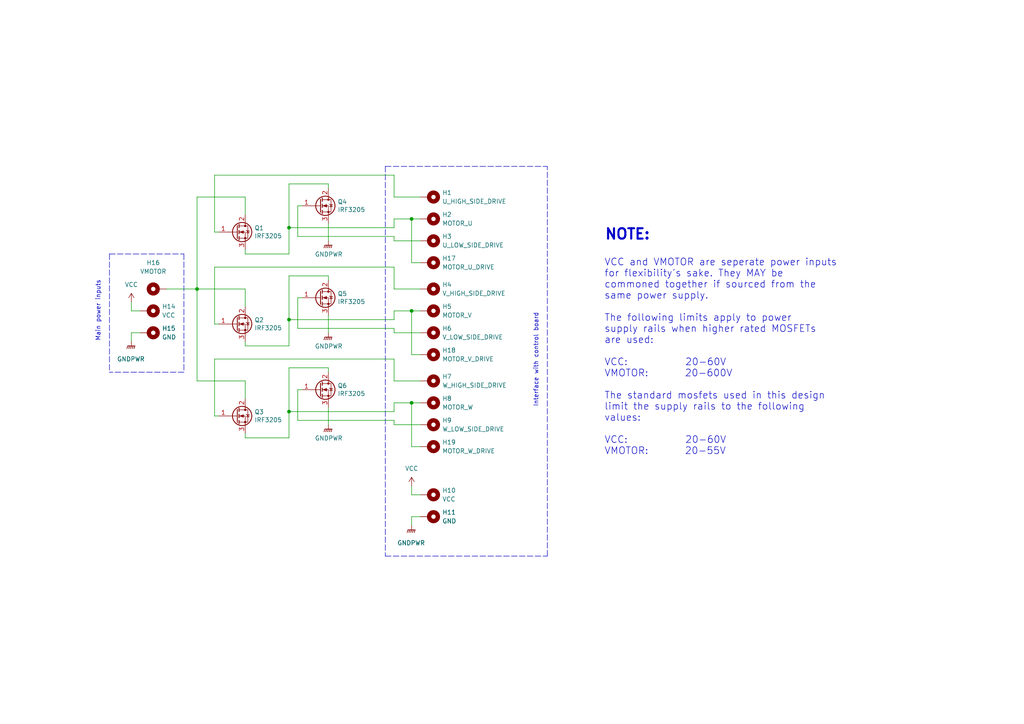
<source format=kicad_sch>
(kicad_sch (version 20211123) (generator eeschema)
  (paper "A4")
  (lib_symbols
    (symbol "Mechanical:MountingHole_Pad" (pin_numbers hide) (pin_names (offset 1.016) hide)
      (property "Reference" "H" (at 0 6.35 0))
      (property "Value" "MountingHole_Pad" (at 0 4.445 0))
      (symbol "MountingHole_Pad_0_1"
        (circle (center 0 1.27) (radius 1.27) (stroke (width 1.27)))
      )
      (symbol "MountingHole_Pad_1_1"
        (pin input line (at 0 -2.54 90) (length 2.54) (name "1") (number "1"))
      )
    )
    (symbol "Transistor_FET:IRF3205" (pin_names hide)
      (property "Reference" "Q" (at 6.35 1.905 0))
      (property "Value" "IRF3205" (at 6.35 0 0))
      (symbol "IRF3205_0_1"
        (polyline (pts (xy 0.254 0) (xy -2.54 0)))
        (polyline (pts (xy 0.254 1.905) (xy 0.254 -1.905)) (stroke (width 0.254)))
        (polyline (pts (xy 0.762 -1.27) (xy 0.762 -2.286)) (stroke (width 0.254)))
        (polyline (pts (xy 0.762 0.508) (xy 0.762 -0.508)) (stroke (width 0.254)))
        (polyline (pts (xy 0.762 2.286) (xy 0.762 1.27)) (stroke (width 0.254)))
        (polyline (pts (xy 2.54 2.54) (xy 2.54 1.778)))
        (polyline (pts (xy 2.54 -2.54) (xy 2.54 0) (xy 0.762 0)))
        (polyline (pts (xy 0.762 -1.778) (xy 3.302 -1.778) (xy 3.302 1.778) (xy 0.762 1.778)))
        (polyline (pts (xy 1.016 0) (xy 2.032 0.381) (xy 2.032 -0.381) (xy 1.016 0)) (fill (type outline)))
        (polyline (pts (xy 2.794 0.508) (xy 2.921 0.381) (xy 3.683 0.381) (xy 3.81 0.254)))
        (polyline (pts (xy 3.302 0.381) (xy 2.921 -0.254) (xy 3.683 -0.254) (xy 3.302 0.381)))
        (circle (center 1.651 0) (radius 2.794) (stroke (width 0.254)))
        (circle (center 2.54 -1.778) (radius 0.254) (fill (type outline)))
        (circle (center 2.54 1.778) (radius 0.254) (fill (type outline)))
      )
      (symbol "IRF3205_1_1"
        (pin input line (at -5.08 0 0) (length 2.54) (name "G") (number "1"))
        (pin passive line (at 2.54 5.08 270) (length 2.54) (name "D") (number "2"))
        (pin passive line (at 2.54 -5.08 90) (length 2.54) (name "S") (number "3"))
      )
    )
    (symbol "power:GNDPWR" (power) (pin_names (offset 0))
      (property "Value" "GNDPWR" (at 0 -3.302 0))
      (symbol "GNDPWR_0_1"
        (polyline (pts (xy 0 -1.27) (xy 0 0)))
        (polyline (pts (xy -1.016 -1.27) (xy -1.27 -2.032) (xy -1.27 -2.032)) (stroke (width 0.2032)))
        (polyline (pts (xy -0.508 -1.27) (xy -0.762 -2.032) (xy -0.762 -2.032)) (stroke (width 0.2032)))
        (polyline (pts (xy 0 -1.27) (xy -0.254 -2.032) (xy -0.254 -2.032)) (stroke (width 0.2032)))
        (polyline (pts (xy 0.508 -1.27) (xy 0.254 -2.032) (xy 0.254 -2.032)) (stroke (width 0.2032)))
        (polyline (pts (xy 1.016 -1.27) (xy -1.016 -1.27) (xy -1.016 -1.27)) (stroke (width 0.2032)))
        (polyline (pts (xy 1.016 -1.27) (xy 0.762 -2.032) (xy 0.762 -2.032) (xy 0.762 -2.032)) (stroke (width 0.2032)))
      )
      (symbol "GNDPWR_1_1"
        (pin power_in line (at 0 0 270) (length 0) hide (name "GNDPWR") (number "1"))
      )
    )
    (symbol "power:VCC" (power) (pin_names (offset 0))
      (property "Value" "VCC" (at 0 3.81 0))
      (symbol "VCC_0_1"
        (polyline (pts (xy -0.762 1.27) (xy 0 2.54)))
        (polyline (pts (xy 0 0) (xy 0 2.54)))
        (polyline (pts (xy 0 2.54) (xy 0.762 1.27)))
      )
      (symbol "VCC_1_1"
        (pin power_in line (at 0 0 90) (length 0) hide (name "VCC") (number "1"))
      )
    )
  )
  (junction (at 119.38 116.84))
  (junction (at 119.38 63.5))
  (junction (at 119.38 90.17))
  (junction (at 83.82 66.04))
  (junction (at 57.15 83.82))
  (junction (at 83.82 119.38))
  (junction (at 83.82 92.71))
  (wire (pts (xy 86.36 121.92) (xy 86.36 113.03)))
  (wire (pts (xy 62.23 104.14) (xy 62.23 120.65)))
  (wire (pts (xy 121.92 76.2) (xy 119.38 76.2)))
  (wire (pts (xy 71.12 57.15) (xy 57.15 57.15)))
  (wire (pts (xy 38.1 90.17) (xy 40.64 90.17)))
  (wire (pts (xy 71.12 110.49) (xy 71.12 115.57)))
  (wire (pts (xy 57.15 57.15) (xy 57.15 83.82)))
  (wire (pts (xy 38.1 87.63) (xy 38.1 90.17)))
  (wire (pts (xy 71.12 100.33) (xy 83.82 100.33)))
  (wire (pts (xy 119.38 116.84) (xy 121.92 116.84)))
  (wire (pts (xy 71.12 73.66) (xy 71.12 72.39)))
  (wire (pts (xy 71.12 83.82) (xy 71.12 88.9)))
  (wire (pts (xy 121.92 57.15) (xy 114.3 57.15)))
  (wire (pts (xy 83.82 119.38) (xy 83.82 106.68)))
  (wire (pts (xy 62.23 50.8) (xy 62.23 67.31)))
  (wire (pts (xy 86.36 95.25) (xy 86.36 86.36)))
  (wire (pts (xy 86.36 68.58) (xy 86.36 59.69)))
  (polyline (pts (xy 53.34 73.66) (xy 53.34 107.95)))
  (wire (pts (xy 114.3 123.19) (xy 114.3 121.92)))
  (wire (pts (xy 71.12 100.33) (xy 71.12 99.06)))
  (wire (pts (xy 114.3 95.25) (xy 86.36 95.25)))
  (wire (pts (xy 119.38 143.51) (xy 121.92 143.51)))
  (wire (pts (xy 95.25 118.11) (xy 95.25 123.19)))
  (wire (pts (xy 57.15 110.49) (xy 71.12 110.49)))
  (wire (pts (xy 119.38 116.84) (xy 119.38 129.54)))
  (wire (pts (xy 114.3 69.85) (xy 114.3 68.58)))
  (wire (pts (xy 95.25 106.68) (xy 83.82 106.68)))
  (wire (pts (xy 86.36 86.36) (xy 87.63 86.36)))
  (wire (pts (xy 121.92 96.52) (xy 114.3 96.52)))
  (wire (pts (xy 119.38 63.5) (xy 121.92 63.5)))
  (polyline (pts (xy 111.76 48.26) (xy 111.76 161.29)))
  (wire (pts (xy 121.92 83.82) (xy 114.3 83.82)))
  (polyline (pts (xy 158.75 161.29) (xy 158.75 48.26)))
  (polyline (pts (xy 111.76 48.26) (xy 158.75 48.26)))
  (wire (pts (xy 62.23 77.47) (xy 62.23 93.98)))
  (wire (pts (xy 114.3 83.82) (xy 114.3 77.47)))
  (wire (pts (xy 119.38 76.2) (xy 119.38 63.5)))
  (wire (pts (xy 57.15 83.82) (xy 71.12 83.82)))
  (polyline (pts (xy 31.75 73.66) (xy 53.34 73.66)))
  (wire (pts (xy 95.25 80.01) (xy 83.82 80.01)))
  (wire (pts (xy 71.12 57.15) (xy 71.12 62.23)))
  (wire (pts (xy 83.82 100.33) (xy 83.82 92.71)))
  (wire (pts (xy 121.92 129.54) (xy 119.38 129.54)))
  (wire (pts (xy 95.25 80.01) (xy 95.25 81.28)))
  (wire (pts (xy 71.12 127) (xy 71.12 125.73)))
  (wire (pts (xy 114.3 66.04) (xy 114.3 63.5)))
  (wire (pts (xy 114.3 57.15) (xy 114.3 50.8)))
  (wire (pts (xy 114.3 63.5) (xy 119.38 63.5)))
  (wire (pts (xy 83.82 127) (xy 83.82 119.38)))
  (wire (pts (xy 83.82 92.71) (xy 114.3 92.71)))
  (polyline (pts (xy 111.76 161.29) (xy 158.75 161.29)))
  (wire (pts (xy 121.92 69.85) (xy 114.3 69.85)))
  (wire (pts (xy 48.26 83.82) (xy 57.15 83.82)))
  (wire (pts (xy 71.12 73.66) (xy 83.82 73.66)))
  (wire (pts (xy 114.3 92.71) (xy 114.3 90.17)))
  (wire (pts (xy 83.82 92.71) (xy 83.82 80.01)))
  (wire (pts (xy 95.25 64.77) (xy 95.25 69.85)))
  (wire (pts (xy 121.92 102.87) (xy 119.38 102.87)))
  (wire (pts (xy 114.3 110.49) (xy 114.3 104.14)))
  (wire (pts (xy 86.36 59.69) (xy 87.63 59.69)))
  (wire (pts (xy 57.15 83.82) (xy 57.15 110.49)))
  (wire (pts (xy 83.82 66.04) (xy 83.82 53.34)))
  (wire (pts (xy 71.12 127) (xy 83.82 127)))
  (wire (pts (xy 95.25 91.44) (xy 95.25 96.52)))
  (wire (pts (xy 119.38 102.87) (xy 119.38 90.17)))
  (wire (pts (xy 119.38 90.17) (xy 121.92 90.17)))
  (wire (pts (xy 83.82 119.38) (xy 114.3 119.38)))
  (wire (pts (xy 62.23 93.98) (xy 63.5 93.98)))
  (wire (pts (xy 62.23 67.31) (xy 63.5 67.31)))
  (wire (pts (xy 38.1 96.52) (xy 38.1 99.06)))
  (wire (pts (xy 62.23 120.65) (xy 63.5 120.65)))
  (wire (pts (xy 114.3 68.58) (xy 86.36 68.58)))
  (wire (pts (xy 114.3 119.38) (xy 114.3 116.84)))
  (wire (pts (xy 121.92 110.49) (xy 114.3 110.49)))
  (wire (pts (xy 83.82 73.66) (xy 83.82 66.04)))
  (wire (pts (xy 119.38 149.86) (xy 119.38 152.4)))
  (wire (pts (xy 114.3 50.8) (xy 62.23 50.8)))
  (wire (pts (xy 40.64 96.52) (xy 38.1 96.52)))
  (wire (pts (xy 114.3 121.92) (xy 86.36 121.92)))
  (wire (pts (xy 95.25 106.68) (xy 95.25 107.95)))
  (wire (pts (xy 86.36 113.03) (xy 87.63 113.03)))
  (polyline (pts (xy 31.75 73.66) (xy 31.75 107.95)))
  (wire (pts (xy 114.3 116.84) (xy 119.38 116.84)))
  (wire (pts (xy 121.92 149.86) (xy 119.38 149.86)))
  (wire (pts (xy 114.3 104.14) (xy 62.23 104.14)))
  (wire (pts (xy 119.38 140.97) (xy 119.38 143.51)))
  (wire (pts (xy 121.92 123.19) (xy 114.3 123.19)))
  (polyline (pts (xy 53.34 107.95) (xy 31.75 107.95)))
  (wire (pts (xy 95.25 53.34) (xy 95.25 54.61)))
  (wire (pts (xy 114.3 96.52) (xy 114.3 95.25)))
  (wire (pts (xy 114.3 77.47) (xy 62.23 77.47)))
  (wire (pts (xy 83.82 66.04) (xy 114.3 66.04)))
  (wire (pts (xy 114.3 90.17) (xy 119.38 90.17)))
  (wire (pts (xy 95.25 53.34) (xy 83.82 53.34)))
  (text "NOTE:" (at 175.26 69.85 0) (effects (font (size 3 3) (thickness 0.6) bold) (justify left bottom)))
  (text "Main power inputs" (at 29.21 99.06 90) (effects (font (size 1.27 1.27)) (justify left bottom)))
  (text "VCC and VMOTOR are seperate power inputs\nfor flexibility's sake. They MAY be\ncommoned together if sourced from the\nsame power supply.\n\nThe following limits apply to power\nsupply rails when higher rated MOSFETs\nare used:\n\nVCC:           20-60V\nVMOTOR:       20-600V\n\nThe standard mosfets used in this design\nlimit the supply rails to the following\nvalues:\n\nVCC:           20-60V\nVMOTOR:       20-55V\n" (at 175.26 132.08 0) (effects (font (size 2 2)) (justify left bottom)))
  (text "Interface with control board" (at 156.21 118.11 90) (effects (font (size 1.27 1.27)) (justify left bottom)))
  (symbol (lib_id "Mechanical:MountingHole_Pad") (at 124.46 129.54 270) (unit 1)
    (property "Reference" "H19" (at 128.27 128.2699 90) (effects (justify left)))
    (property "Value" "MOTOR_W_DRIVE" (at 128.27 130.8099 90) (effects (justify left)))
    (property "Footprint" "MountingHole:MountingHole_4.3mm_M4_Pad_Via" (effects hide))
  )
  (symbol (lib_id "power:GNDPWR") (at 95.25 123.19 0) (unit 1)
    (property "Reference" "#PWR0107" (effects hide))
    (property "Value" "GNDPWR" (at 95.3516 127.1016 0))
  )
  (symbol (lib_id "Mechanical:MountingHole_Pad") (at 43.18 96.52 270) (unit 1)
    (property "Reference" "H15" (at 46.99 95.2499 90) (effects (justify left)))
    (property "Value" "GND" (at 46.99 97.7899 90) (effects (justify left)))
    (property "Footprint" "MountingHole:MountingHole_4.3mm_M4_Pad_Via" (effects hide))
  )
  (symbol (lib_id "power:VCC") (at 119.38 140.97 0) (unit 1)
    (property "Reference" "#PWR0109" (effects hide))
    (property "Value" "VCC" (at 119.38 135.89 0))
  )
  (symbol (lib_id "Mechanical:MountingHole_Pad") (at 124.46 96.52 270) (unit 1)
    (property "Reference" "H6" (at 128.27 95.2499 90) (effects (justify left)))
    (property "Value" "V_LOW_SIDE_DRIVE" (at 128.27 97.7899 90) (effects (justify left)))
    (property "Footprint" "MountingHole:MountingHole_2.2mm_M2_Pad_Via" (effects hide))
  )
  (symbol (lib_id "Mechanical:MountingHole_Pad") (at 124.46 102.87 270) (unit 1)
    (property "Reference" "H18" (at 128.27 101.5999 90) (effects (justify left)))
    (property "Value" "MOTOR_V_DRIVE" (at 128.27 104.1399 90) (effects (justify left)))
    (property "Footprint" "MountingHole:MountingHole_4.3mm_M4_Pad_Via" (effects hide))
  )
  (symbol (lib_id "Mechanical:MountingHole_Pad") (at 43.18 90.17 270) (unit 1)
    (property "Reference" "H14" (at 46.99 88.8999 90) (effects (justify left)))
    (property "Value" "VCC" (at 46.99 91.4399 90) (effects (justify left)))
    (property "Footprint" "MountingHole:MountingHole_4.3mm_M4_Pad_Via" (effects hide))
  )
  (symbol (lib_id "power:VCC") (at 38.1 87.63 0) (unit 1)
    (property "Reference" "#PWR0105" (effects hide))
    (property "Value" "VCC" (at 38.1 82.55 0))
  )
  (symbol (lib_id "Mechanical:MountingHole_Pad") (at 45.72 83.82 90) (unit 1)
    (property "Reference" "H16" (at 44.45 76.2 90))
    (property "Value" "VMOTOR" (at 44.45 78.74 90))
    (property "Footprint" "MountingHole:MountingHole_4.3mm_M4_Pad_Via" (effects hide))
  )
  (symbol (lib_id "Mechanical:MountingHole_Pad") (at 124.46 69.85 270) (unit 1)
    (property "Reference" "H3" (at 128.27 68.5799 90) (effects (justify left)))
    (property "Value" "U_LOW_SIDE_DRIVE" (at 128.27 71.1199 90) (effects (justify left)))
    (property "Footprint" "MountingHole:MountingHole_2.2mm_M2_Pad_Via" (effects hide))
  )
  (symbol (lib_id "Mechanical:MountingHole_Pad") (at 124.46 76.2 270) (unit 1)
    (property "Reference" "H17" (at 128.27 74.9299 90) (effects (justify left)))
    (property "Value" "MOTOR_U_DRIVE" (at 128.27 77.4699 90) (effects (justify left)))
    (property "Footprint" "MountingHole:MountingHole_4.3mm_M4_Pad_Via" (effects hide))
  )
  (symbol (lib_id "Transistor_FET:IRF3205") (at 92.71 86.36 0) (unit 1)
    (property "Reference" "Q5" (at 97.917 85.1916 0) (effects (justify left)))
    (property "Value" "IRF3205" (at 97.917 87.503 0) (effects (justify left)))
    (property "Footprint" "Package_TO_SOT_THT:TO-220-3_Horizontal_TabUp" (effects hide))
    (property "Datasheet" "http://www.irf.com/product-info/datasheets/data/irf3205.pdf" (effects hide))
  )
  (symbol (lib_id "Mechanical:MountingHole_Pad") (at 124.46 110.49 270) (unit 1)
    (property "Reference" "H7" (at 128.27 109.2199 90) (effects (justify left)))
    (property "Value" "W_HIGH_SIDE_DRIVE" (at 128.27 111.7599 90) (effects (justify left)))
    (property "Footprint" "MountingHole:MountingHole_2.2mm_M2_Pad_Via" (effects hide))
  )
  (symbol (lib_id "Mechanical:MountingHole_Pad") (at 124.46 143.51 270) (unit 1)
    (property "Reference" "H10" (at 128.27 142.2399 90) (effects (justify left)))
    (property "Value" "VCC" (at 128.27 144.7799 90) (effects (justify left)))
    (property "Footprint" "MountingHole:MountingHole_2.2mm_M2_Pad_Via" (effects hide))
  )
  (symbol (lib_id "power:GNDPWR") (at 38.1 99.06 0) (unit 1)
    (property "Reference" "#PWR0103" (effects hide))
    (property "Value" "GNDPWR" (at 37.973 104.14 0))
  )
  (symbol (lib_id "Mechanical:MountingHole_Pad") (at 124.46 116.84 270) (unit 1)
    (property "Reference" "H8" (at 128.27 115.5699 90) (effects (justify left)))
    (property "Value" "MOTOR_W" (at 128.27 118.1099 90) (effects (justify left)))
    (property "Footprint" "MountingHole:MountingHole_2.2mm_M2_Pad_Via" (effects hide))
  )
  (symbol (lib_id "Mechanical:MountingHole_Pad") (at 124.46 123.19 270) (unit 1)
    (property "Reference" "H9" (at 128.27 121.9199 90) (effects (justify left)))
    (property "Value" "W_LOW_SIDE_DRIVE" (at 128.27 124.4599 90) (effects (justify left)))
    (property "Footprint" "MountingHole:MountingHole_2.2mm_M2_Pad_Via" (effects hide))
  )
  (symbol (lib_id "power:GNDPWR") (at 95.25 96.52 0) (unit 1)
    (property "Reference" "#PWR0106" (effects hide))
    (property "Value" "GNDPWR" (at 95.3516 100.4316 0))
  )
  (symbol (lib_id "power:GNDPWR") (at 119.38 152.4 0) (unit 1)
    (property "Reference" "#PWR0108" (effects hide))
    (property "Value" "GNDPWR" (at 119.253 157.48 0))
  )
  (symbol (lib_id "Transistor_FET:IRF3205") (at 68.58 67.31 0) (unit 1)
    (property "Reference" "Q1" (at 73.787 66.1416 0) (effects (justify left)))
    (property "Value" "IRF3205" (at 73.787 68.453 0) (effects (justify left)))
    (property "Footprint" "Package_TO_SOT_THT:TO-220-3_Horizontal_TabUp" (effects hide))
    (property "Datasheet" "http://www.irf.com/product-info/datasheets/data/irf3205.pdf" (effects hide))
  )
  (symbol (lib_id "Mechanical:MountingHole_Pad") (at 124.46 90.17 270) (unit 1)
    (property "Reference" "H5" (at 128.27 88.8999 90) (effects (justify left)))
    (property "Value" "MOTOR_V" (at 128.27 91.4399 90) (effects (justify left)))
    (property "Footprint" "MountingHole:MountingHole_2.2mm_M2_Pad_Via" (effects hide))
  )
  (symbol (lib_id "Mechanical:MountingHole_Pad") (at 124.46 57.15 270) (unit 1)
    (property "Reference" "H1" (at 128.27 55.8799 90) (effects (justify left)))
    (property "Value" "U_HIGH_SIDE_DRIVE" (at 128.27 58.4199 90) (effects (justify left)))
    (property "Footprint" "MountingHole:MountingHole_2.2mm_M2_Pad_Via" (effects hide))
  )
  (symbol (lib_id "power:GNDPWR") (at 95.25 69.85 0) (unit 1)
    (property "Reference" "#PWR0101" (effects hide))
    (property "Value" "GNDPWR" (at 95.3516 73.7616 0))
  )
  (symbol (lib_id "Transistor_FET:IRF3205") (at 68.58 120.65 0) (unit 1)
    (property "Reference" "Q3" (at 73.787 119.4816 0) (effects (justify left)))
    (property "Value" "IRF3205" (at 73.787 121.793 0) (effects (justify left)))
    (property "Footprint" "Package_TO_SOT_THT:TO-220-3_Horizontal_TabUp" (effects hide))
    (property "Datasheet" "http://www.irf.com/product-info/datasheets/data/irf3205.pdf" (effects hide))
  )
  (symbol (lib_id "Transistor_FET:IRF3205") (at 68.58 93.98 0) (unit 1)
    (property "Reference" "Q2" (at 73.787 92.8116 0) (effects (justify left)))
    (property "Value" "IRF3205" (at 73.787 95.123 0) (effects (justify left)))
    (property "Footprint" "Package_TO_SOT_THT:TO-220-3_Horizontal_TabUp" (effects hide))
    (property "Datasheet" "http://www.irf.com/product-info/datasheets/data/irf3205.pdf" (effects hide))
  )
  (symbol (lib_id "Mechanical:MountingHole_Pad") (at 124.46 83.82 270) (unit 1)
    (property "Reference" "H4" (at 128.27 82.5499 90) (effects (justify left)))
    (property "Value" "V_HIGH_SIDE_DRIVE" (at 128.27 85.0899 90) (effects (justify left)))
    (property "Footprint" "MountingHole:MountingHole_2.2mm_M2_Pad_Via" (effects hide))
  )
  (symbol (lib_id "Mechanical:MountingHole_Pad") (at 124.46 149.86 270) (unit 1)
    (property "Reference" "H11" (at 128.27 148.5899 90) (effects (justify left)))
    (property "Value" "GND" (at 128.27 151.1299 90) (effects (justify left)))
    (property "Footprint" "MountingHole:MountingHole_2.2mm_M2_Pad_Via" (effects hide))
  )
  (symbol (lib_id "Transistor_FET:IRF3205") (at 92.71 59.69 0) (unit 1)
    (property "Reference" "Q4" (at 97.917 58.5216 0) (effects (justify left)))
    (property "Value" "IRF3205" (at 97.917 60.833 0) (effects (justify left)))
    (property "Footprint" "Package_TO_SOT_THT:TO-220-3_Horizontal_TabUp" (effects hide))
    (property "Datasheet" "http://www.irf.com/product-info/datasheets/data/irf3205.pdf" (effects hide))
  )
  (symbol (lib_id "Transistor_FET:IRF3205") (at 92.71 113.03 0) (unit 1)
    (property "Reference" "Q6" (at 97.917 111.8616 0) (effects (justify left)))
    (property "Value" "IRF3205" (at 97.917 114.173 0) (effects (justify left)))
    (property "Footprint" "Package_TO_SOT_THT:TO-220-3_Horizontal_TabUp" (effects hide))
    (property "Datasheet" "http://www.irf.com/product-info/datasheets/data/irf3205.pdf" (effects hide))
  )
  (symbol (lib_id "Mechanical:MountingHole_Pad") (at 124.46 63.5 270) (unit 1)
    (property "Reference" "H2" (at 128.27 62.2299 90) (effects (justify left)))
    (property "Value" "MOTOR_U" (at 128.27 64.7699 90) (effects (justify left)))
    (property "Footprint" "MountingHole:MountingHole_2.2mm_M2_Pad_Via" (effects hide))
  )
)
</source>
